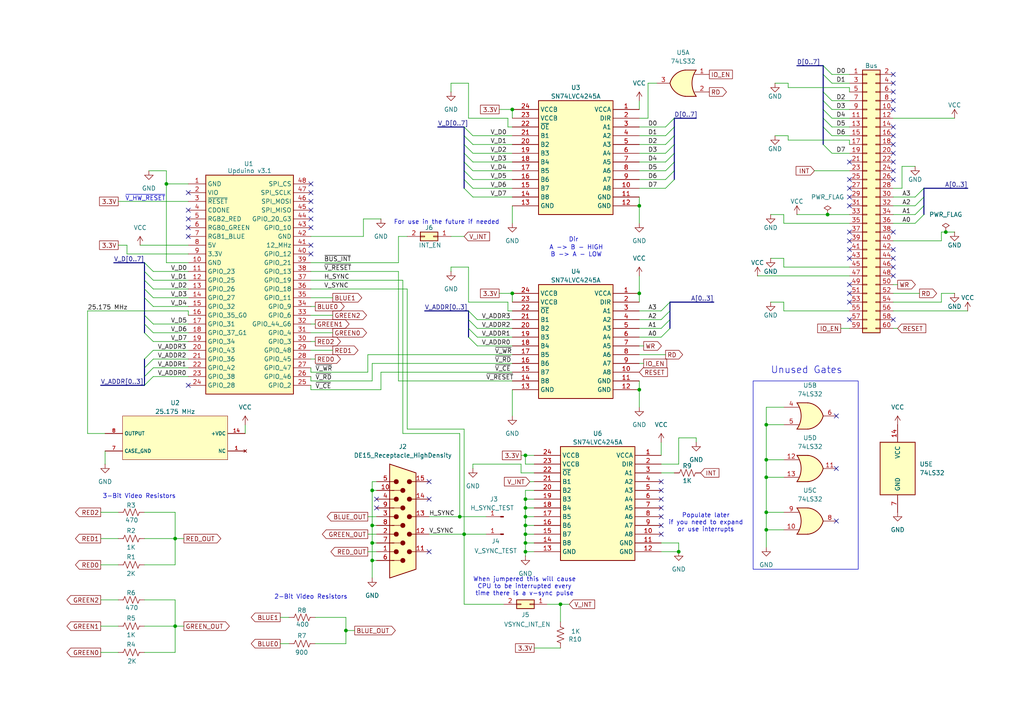
<source format=kicad_sch>
(kicad_sch (version 20231120) (generator "eeschema") (generator_version "8.0")
  (paper "A4")
  (junction (at 222.25 123.19))
  (junction (at 107.95 157.48))
  (junction (at 152.4 154.94))
  (junction (at 152.4 144.78))
  (junction (at 107.95 162.56))
  (junction (at 133.35 149.86))
  (junction (at 107.95 152.4))
  (junction (at 240.03 62.23))
  (junction (at 185.42 113.03))
  (junction (at 185.42 59.69))
  (junction (at 222.25 133.35))
  (junction (at 152.4 132.08))
  (junction (at 148.59 85.09))
  (junction (at 152.4 149.86))
  (junction (at 152.4 157.48))
  (junction (at 152.4 152.4))
  (junction (at 152.4 160.02))
  (junction (at 274.32 67.31))
  (junction (at 50.8 156.21))
  (junction (at 222.25 138.43))
  (junction (at 107.95 142.24))
  (junction (at 162.56 175.26))
  (junction (at 185.42 85.09))
  (junction (at 222.25 148.59))
  (junction (at 148.59 31.75))
  (junction (at 100.33 182.88))
  (junction (at 222.25 153.67))
  (junction (at 196.85 160.02))
  (junction (at 134.62 154.94))
  (junction (at 48.26 53.34))
  (junction (at 152.4 147.32))
  (junction (at 50.8 181.61))
  (no_connect (at 242.57 151.13))
  (no_connect (at 191.77 152.4))
  (no_connect (at 90.17 66.04))
  (no_connect (at 191.77 142.24))
  (no_connect (at 109.22 144.78))
  (no_connect (at 90.17 53.34))
  (no_connect (at 90.17 63.5))
  (no_connect (at 259.08 74.93))
  (no_connect (at 191.77 154.94))
  (no_connect (at 259.08 24.13))
  (no_connect (at 259.08 39.37))
  (no_connect (at 54.61 68.58))
  (no_connect (at 259.08 67.31))
  (no_connect (at 259.08 41.91))
  (no_connect (at 54.61 63.5))
  (no_connect (at 124.46 144.78))
  (no_connect (at 246.38 57.15))
  (no_connect (at 246.38 85.09))
  (no_connect (at 109.22 147.32))
  (no_connect (at 191.77 149.86))
  (no_connect (at 90.17 60.96))
  (no_connect (at 90.17 71.12))
  (no_connect (at 246.38 82.55))
  (no_connect (at 259.08 77.47))
  (no_connect (at 191.77 144.78))
  (no_connect (at 124.46 139.7))
  (no_connect (at 259.08 44.45))
  (no_connect (at 259.08 80.01))
  (no_connect (at 259.08 46.99))
  (no_connect (at 90.17 55.88))
  (no_connect (at 54.61 55.88))
  (no_connect (at 90.17 73.66))
  (no_connect (at 246.38 59.69))
  (no_connect (at 246.38 67.31))
  (no_connect (at 242.57 135.89))
  (no_connect (at 259.08 72.39))
  (no_connect (at 246.38 52.07))
  (no_connect (at 259.08 36.83))
  (no_connect (at 246.38 74.93))
  (no_connect (at 246.38 92.71))
  (no_connect (at 246.38 87.63))
  (no_connect (at 54.61 66.04))
  (no_connect (at 191.77 147.32))
  (no_connect (at 191.77 139.7))
  (no_connect (at 242.57 120.65))
  (no_connect (at 246.38 72.39))
  (no_connect (at 54.61 111.76))
  (no_connect (at 259.08 49.53))
  (no_connect (at 259.08 92.71))
  (no_connect (at 259.08 29.21))
  (no_connect (at 90.17 58.42))
  (no_connect (at 259.08 52.07))
  (no_connect (at 259.08 21.59))
  (no_connect (at 259.08 31.75))
  (no_connect (at 246.38 54.61))
  (no_connect (at 259.08 26.67))
  (no_connect (at 54.61 60.96))
  (no_connect (at 246.38 46.99))
  (no_connect (at 246.38 69.85))
  (no_connect (at 124.46 160.02))
  (bus_entry (at 195.58 44.45) (size -2.54 2.54))
  (bus_entry (at 41.91 86.36) (size 2.54 2.54))
  (bus_entry (at 44.45 106.68) (size -2.54 2.54))
  (bus_entry (at 134.62 52.07) (size 2.54 2.54))
  (bus_entry (at 238.76 31.75) (size 2.54 2.54))
  (bus_entry (at 41.91 76.2) (size 2.54 2.54))
  (bus_entry (at 195.58 39.37) (size -2.54 2.54))
  (bus_entry (at 44.45 104.14) (size -2.54 2.54))
  (bus_entry (at 191.77 90.17) (size 2.54 -2.54))
  (bus_entry (at 138.43 100.33) (size -2.54 -2.54))
  (bus_entry (at 265.43 59.69) (size 2.54 -2.54))
  (bus_entry (at 238.76 34.29) (size 2.54 2.54))
  (bus_entry (at 134.62 44.45) (size 2.54 2.54))
  (bus_entry (at 238.76 36.83) (size 2.54 2.54))
  (bus_entry (at 238.76 19.05) (size 2.54 2.54))
  (bus_entry (at 195.58 41.91) (size -2.54 2.54))
  (bus_entry (at 191.77 92.71) (size 2.54 -2.54))
  (bus_entry (at 265.43 62.23) (size 2.54 -2.54))
  (bus_entry (at 238.76 26.67) (size 2.54 2.54))
  (bus_entry (at 195.58 49.53) (size -2.54 2.54))
  (bus_entry (at 134.62 39.37) (size 2.54 2.54))
  (bus_entry (at 195.58 36.83) (size -2.54 2.54))
  (bus_entry (at 238.76 41.91) (size 2.54 2.54))
  (bus_entry (at 134.62 49.53) (size 2.54 2.54))
  (bus_entry (at 195.58 34.29) (size -2.54 2.54))
  (bus_entry (at 238.76 29.21) (size 2.54 2.54))
  (bus_entry (at 44.45 109.22) (size -2.54 2.54))
  (bus_entry (at 191.77 97.79) (size 2.54 -2.54))
  (bus_entry (at 265.43 57.15) (size 2.54 -2.54))
  (bus_entry (at 191.77 95.25) (size 2.54 -2.54))
  (bus_entry (at 195.58 46.99) (size -2.54 2.54))
  (bus_entry (at 41.91 81.28) (size 2.54 2.54))
  (bus_entry (at 195.58 52.07) (size -2.54 2.54))
  (bus_entry (at 238.76 21.59) (size 2.54 2.54))
  (bus_entry (at 265.43 64.77) (size 2.54 -2.54))
  (bus_entry (at 41.91 91.44) (size 2.54 2.54))
  (bus_entry (at 134.62 54.61) (size 2.54 2.54))
  (bus_entry (at 41.91 83.82) (size 2.54 2.54))
  (bus_entry (at 44.45 101.6) (size -2.54 2.54))
  (bus_entry (at 41.91 78.74) (size 2.54 2.54))
  (bus_entry (at 41.91 96.52) (size 2.54 2.54))
  (bus_entry (at 138.43 97.79) (size -2.54 -2.54))
  (bus_entry (at 41.91 93.98) (size 2.54 2.54))
  (bus_entry (at 134.62 41.91) (size 2.54 2.54))
  (bus_entry (at 134.62 36.83) (size 2.54 2.54))
  (bus_entry (at 138.43 92.71) (size -2.54 -2.54))
  (bus_entry (at 138.43 95.25) (size -2.54 -2.54))
  (bus_entry (at 134.62 46.99) (size 2.54 2.54))
  (wire (pts (xy 185.42 113.03) (xy 185.42 118.11)))
  (wire (pts (xy 118.11 124.46) (xy 134.62 124.46)))
  (bus (pts (xy 238.76 26.67) (xy 238.76 21.59)))
  (wire (pts (xy 102.87 182.88) (xy 100.33 182.88)))
  (bus (pts (xy 267.97 62.23) (xy 267.97 59.69)))
  (wire (pts (xy 185.42 57.15) (xy 185.42 59.69)))
  (bus (pts (xy 194.31 95.25) (xy 194.31 92.71)))
  (wire (pts (xy 219.71 80.01) (xy 246.38 80.01)))
  (wire (pts (xy 222.25 148.59) (xy 227.33 148.59)))
  (wire (pts (xy 152.4 160.02) (xy 154.94 160.02)))
  (wire (pts (xy 273.05 69.85) (xy 273.05 67.31)))
  (wire (pts (xy 105.41 63.5) (xy 105.41 68.58)))
  (bus (pts (xy 123.19 90.17) (xy 135.89 90.17)))
  (wire (pts (xy 148.59 113.03) (xy 148.59 120.65)))
  (bus (pts (xy 41.91 91.44) (xy 41.91 86.36)))
  (wire (pts (xy 261.62 48.26) (xy 265.43 48.26)))
  (wire (pts (xy 107.95 157.48) (xy 107.95 162.56)))
  (wire (pts (xy 107.95 152.4) (xy 107.95 157.48)))
  (wire (pts (xy 100.33 182.88) (xy 100.33 186.69)))
  (wire (pts (xy 185.42 44.45) (xy 193.04 44.45)))
  (wire (pts (xy 138.43 100.33) (xy 148.59 100.33)))
  (bus (pts (xy 134.62 39.37) (xy 134.62 41.91)))
  (bus (pts (xy 238.76 29.21) (xy 238.76 26.67)))
  (wire (pts (xy 137.16 46.99) (xy 148.59 46.99)))
  (wire (pts (xy 54.61 90.17) (xy 54.61 91.44)))
  (wire (pts (xy 44.45 88.9) (xy 54.61 88.9)))
  (wire (pts (xy 259.08 90.17) (xy 280.67 90.17)))
  (bus (pts (xy 195.58 39.37) (xy 195.58 36.83)))
  (wire (pts (xy 44.45 99.06) (xy 54.61 99.06)))
  (wire (pts (xy 241.3 24.13) (xy 246.38 24.13)))
  (wire (pts (xy 185.42 59.69) (xy 185.42 64.77)))
  (wire (pts (xy 36.83 71.12) (xy 36.83 73.66)))
  (wire (pts (xy 44.45 109.22) (xy 54.61 109.22)))
  (wire (pts (xy 91.44 186.69) (xy 100.33 186.69)))
  (bus (pts (xy 134.62 49.53) (xy 134.62 52.07)))
  (wire (pts (xy 137.16 52.07) (xy 148.59 52.07)))
  (wire (pts (xy 154.94 144.78) (xy 152.4 144.78)))
  (bus (pts (xy 41.91 86.36) (xy 41.91 83.82)))
  (wire (pts (xy 185.42 49.53) (xy 193.04 49.53)))
  (bus (pts (xy 41.91 78.74) (xy 41.91 76.2)))
  (wire (pts (xy 144.78 31.75) (xy 148.59 31.75)))
  (bus (pts (xy 195.58 46.99) (xy 195.58 44.45)))
  (wire (pts (xy 25.4 90.17) (xy 25.4 125.73)))
  (wire (pts (xy 25.4 125.73) (xy 30.48 125.73)))
  (wire (pts (xy 91.44 88.9) (xy 90.17 88.9)))
  (wire (pts (xy 115.57 110.49) (xy 148.59 110.49)))
  (bus (pts (xy 41.91 106.68) (xy 41.91 109.22)))
  (wire (pts (xy 273.05 85.09) (xy 276.86 85.09)))
  (wire (pts (xy 152.4 149.86) (xy 154.94 149.86)))
  (wire (pts (xy 41.91 148.59) (xy 50.8 148.59)))
  (wire (pts (xy 50.8 148.59) (xy 50.8 156.21)))
  (wire (pts (xy 48.26 53.34) (xy 54.61 53.34)))
  (wire (pts (xy 152.4 134.62) (xy 152.4 132.08)))
  (wire (pts (xy 241.3 31.75) (xy 246.38 31.75)))
  (wire (pts (xy 153.67 139.7) (xy 154.94 139.7)))
  (bus (pts (xy 41.91 83.82) (xy 41.91 81.28)))
  (wire (pts (xy 91.44 93.98) (xy 90.17 93.98)))
  (wire (pts (xy 185.42 54.61) (xy 193.04 54.61)))
  (wire (pts (xy 187.96 24.13) (xy 190.5 24.13)))
  (wire (pts (xy 191.77 160.02) (xy 196.85 160.02)))
  (wire (pts (xy 44.45 83.82) (xy 54.61 83.82)))
  (wire (pts (xy 228.6 25.4) (xy 246.38 25.4)))
  (wire (pts (xy 273.05 67.31) (xy 274.32 67.31)))
  (wire (pts (xy 152.4 157.48) (xy 152.4 160.02)))
  (wire (pts (xy 41.91 189.23) (xy 50.8 189.23)))
  (wire (pts (xy 240.03 62.23) (xy 246.38 62.23)))
  (wire (pts (xy 115.57 76.2) (xy 115.57 68.58)))
  (wire (pts (xy 185.42 36.83) (xy 193.04 36.83)))
  (wire (pts (xy 106.68 107.95) (xy 106.68 102.87)))
  (wire (pts (xy 109.22 139.7) (xy 107.95 139.7)))
  (wire (pts (xy 138.43 97.79) (xy 148.59 97.79)))
  (bus (pts (xy 267.97 59.69) (xy 267.97 57.15)))
  (wire (pts (xy 133.35 149.86) (xy 124.46 149.86)))
  (wire (pts (xy 222.25 133.35) (xy 227.33 133.35)))
  (bus (pts (xy 41.91 109.22) (xy 41.91 111.76)))
  (wire (pts (xy 100.33 182.88) (xy 100.33 179.07)))
  (wire (pts (xy 187.96 24.13) (xy 187.96 34.29)))
  (wire (pts (xy 90.17 81.28) (xy 116.84 81.28)))
  (wire (pts (xy 241.3 34.29) (xy 246.38 34.29)))
  (wire (pts (xy 109.22 152.4) (xy 107.95 152.4)))
  (wire (pts (xy 134.62 154.94) (xy 134.62 175.26)))
  (wire (pts (xy 90.17 83.82) (xy 118.11 83.82)))
  (wire (pts (xy 135.89 77.47) (xy 130.81 77.47)))
  (wire (pts (xy 228.6 40.64) (xy 246.38 40.64)))
  (wire (pts (xy 185.42 29.21) (xy 185.42 31.75)))
  (wire (pts (xy 154.94 187.96) (xy 162.56 187.96)))
  (wire (pts (xy 165.1 175.26) (xy 162.56 175.26)))
  (wire (pts (xy 228.6 25.4) (xy 228.6 24.13)))
  (bus (pts (xy 231.14 19.05) (xy 238.76 19.05)))
  (bus (pts (xy 134.62 41.91) (xy 134.62 44.45)))
  (wire (pts (xy 259.08 59.69) (xy 265.43 59.69)))
  (wire (pts (xy 53.34 156.21) (xy 50.8 156.21)))
  (wire (pts (xy 41.91 173.99) (xy 50.8 173.99)))
  (wire (pts (xy 241.3 21.59) (xy 246.38 21.59)))
  (wire (pts (xy 227.33 90.17) (xy 246.38 90.17)))
  (wire (pts (xy 227.33 74.93) (xy 223.52 74.93)))
  (wire (pts (xy 151.13 132.08) (xy 152.4 132.08)))
  (wire (pts (xy 116.84 125.73) (xy 133.35 125.73)))
  (wire (pts (xy 137.16 57.15) (xy 148.59 57.15)))
  (wire (pts (xy 110.49 107.95) (xy 148.59 107.95)))
  (wire (pts (xy 29.21 148.59) (xy 34.29 148.59)))
  (bus (pts (xy 134.62 44.45) (xy 134.62 46.99)))
  (wire (pts (xy 44.45 93.98) (xy 54.61 93.98)))
  (wire (pts (xy 152.4 147.32) (xy 152.4 149.86)))
  (wire (pts (xy 231.14 62.23) (xy 240.03 62.23)))
  (wire (pts (xy 259.08 57.15) (xy 265.43 57.15)))
  (wire (pts (xy 222.25 118.11) (xy 222.25 123.19)))
  (wire (pts (xy 50.8 181.61) (xy 50.8 189.23)))
  (wire (pts (xy 227.33 64.77) (xy 246.38 64.77)))
  (wire (pts (xy 106.68 149.86) (xy 109.22 149.86)))
  (wire (pts (xy 44.45 81.28) (xy 54.61 81.28)))
  (wire (pts (xy 222.25 123.19) (xy 227.33 123.19)))
  (bus (pts (xy 195.58 34.29) (xy 201.93 34.29)))
  (wire (pts (xy 185.42 80.01) (xy 185.42 85.09)))
  (wire (pts (xy 185.42 41.91) (xy 193.04 41.91)))
  (wire (pts (xy 137.16 135.89) (xy 137.16 134.62)))
  (wire (pts (xy 107.95 105.41) (xy 148.59 105.41)))
  (wire (pts (xy 44.45 86.36) (xy 54.61 86.36)))
  (bus (pts (xy 195.58 49.53) (xy 195.58 46.99)))
  (wire (pts (xy 259.08 34.29) (xy 276.86 34.29)))
  (wire (pts (xy 186.69 100.33) (xy 185.42 100.33)))
  (wire (pts (xy 44.45 96.52) (xy 54.61 96.52)))
  (wire (pts (xy 227.33 64.77) (xy 227.33 62.23)))
  (wire (pts (xy 106.68 154.94) (xy 109.22 154.94)))
  (wire (pts (xy 191.77 134.62) (xy 196.85 134.62)))
  (wire (pts (xy 134.62 154.94) (xy 140.97 154.94)))
  (bus (pts (xy 195.58 41.91) (xy 195.58 39.37)))
  (bus (pts (xy 238.76 31.75) (xy 238.76 29.21)))
  (wire (pts (xy 222.25 153.67) (xy 227.33 153.67)))
  (wire (pts (xy 154.94 134.62) (xy 152.4 134.62)))
  (bus (pts (xy 238.76 41.91) (xy 238.76 36.83)))
  (wire (pts (xy 107.95 142.24) (xy 107.95 152.4)))
  (wire (pts (xy 96.52 91.44) (xy 90.17 91.44)))
  (wire (pts (xy 116.84 81.28) (xy 116.84 125.73)))
  (wire (pts (xy 185.42 110.49) (xy 185.42 113.03)))
  (bus (pts (xy 41.91 93.98) (xy 41.91 91.44)))
  (wire (pts (xy 137.16 39.37) (xy 148.59 39.37)))
  (wire (pts (xy 185.42 95.25) (xy 191.77 95.25)))
  (wire (pts (xy 152.4 147.32) (xy 154.94 147.32)))
  (wire (pts (xy 54.61 76.2) (xy 48.26 76.2)))
  (wire (pts (xy 162.56 175.26) (xy 158.75 175.26)))
  (bus (pts (xy 134.62 52.07) (xy 134.62 54.61)))
  (wire (pts (xy 29.21 163.83) (xy 34.29 163.83)))
  (wire (pts (xy 41.91 163.83) (xy 50.8 163.83)))
  (wire (pts (xy 130.81 77.47) (xy 130.81 78.74)))
  (wire (pts (xy 241.3 29.21) (xy 246.38 29.21)))
  (bus (pts (xy 134.62 46.99) (xy 134.62 49.53)))
  (wire (pts (xy 41.91 181.61) (xy 50.8 181.61)))
  (wire (pts (xy 222.25 153.67) (xy 222.25 158.75)))
  (wire (pts (xy 44.45 78.74) (xy 54.61 78.74)))
  (wire (pts (xy 222.25 138.43) (xy 222.25 148.59)))
  (bus (pts (xy 134.62 36.83) (xy 134.62 39.37)))
  (wire (pts (xy 228.6 39.37) (xy 224.79 39.37)))
  (wire (pts (xy 91.44 179.07) (xy 100.33 179.07)))
  (wire (pts (xy 148.59 90.17) (xy 147.32 90.17)))
  (wire (pts (xy 138.43 92.71) (xy 148.59 92.71)))
  (wire (pts (xy 193.04 102.87) (xy 185.42 102.87)))
  (wire (pts (xy 246.38 25.4) (xy 246.38 26.67)))
  (wire (pts (xy 90.17 113.03) (xy 110.49 113.03)))
  (bus (pts (xy 238.76 21.59) (xy 238.76 19.05)))
  (wire (pts (xy 147.32 36.83) (xy 147.32 34.29)))
  (wire (pts (xy 196.85 157.48) (xy 196.85 160.02)))
  (bus (pts (xy 195.58 36.83) (xy 195.58 34.29)))
  (wire (pts (xy 191.77 128.27) (xy 191.77 132.08)))
  (wire (pts (xy 274.32 67.31) (xy 276.86 67.31)))
  (wire (pts (xy 259.08 87.63) (xy 273.05 87.63)))
  (wire (pts (xy 134.62 124.46) (xy 134.62 154.94)))
  (wire (pts (xy 148.59 31.75) (xy 148.59 34.29)))
  (wire (pts (xy 222.25 133.35) (xy 222.25 138.43)))
  (wire (pts (xy 138.43 95.25) (xy 148.59 95.25)))
  (wire (pts (xy 96.52 101.6) (xy 90.17 101.6)))
  (wire (pts (xy 71.12 123.19) (xy 71.12 125.73)))
  (wire (pts (xy 228.6 24.13) (xy 224.79 24.13)))
  (wire (pts (xy 185.42 85.09) (xy 185.42 87.63)))
  (wire (pts (xy 118.11 83.82) (xy 118.11 124.46)))
  (wire (pts (xy 34.29 58.42) (xy 54.61 58.42)))
  (wire (pts (xy 48.26 76.2) (xy 48.26 53.34)))
  (wire (pts (xy 228.6 40.64) (xy 228.6 39.37)))
  (bus (pts (xy 238.76 36.83) (xy 238.76 34.29)))
  (wire (pts (xy 115.57 78.74) (xy 115.57 110.49)))
  (wire (pts (xy 147.32 90.17) (xy 147.32 87.63)))
  (wire (pts (xy 50.8 156.21) (xy 50.8 163.83)))
  (wire (pts (xy 107.95 167.64) (xy 107.95 162.56)))
  (wire (pts (xy 137.16 54.61) (xy 148.59 54.61)))
  (wire (pts (xy 107.95 139.7) (xy 107.95 142.24)))
  (wire (pts (xy 191.77 157.48) (xy 196.85 157.48)))
  (wire (pts (xy 259.08 54.61) (xy 261.62 54.61)))
  (wire (pts (xy 107.95 110.49) (xy 107.95 105.41)))
  (wire (pts (xy 90.17 76.2) (xy 115.57 76.2)))
  (wire (pts (xy 259.08 62.23) (xy 265.43 62.23)))
  (wire (pts (xy 91.44 104.14) (xy 90.17 104.14)))
  (wire (pts (xy 185.42 90.17) (xy 191.77 90.17)))
  (wire (pts (xy 133.35 149.86) (xy 140.97 149.86)))
  (wire (pts (xy 185.42 52.07) (xy 193.04 52.07)))
  (bus (pts (xy 280.67 54.61) (xy 267.97 54.61)))
  (wire (pts (xy 30.48 134.62) (xy 30.48 130.81)))
  (wire (pts (xy 137.16 41.91) (xy 148.59 41.91)))
  (wire (pts (xy 259.08 69.85) (xy 273.05 69.85)))
  (bus (pts (xy 135.89 97.79) (xy 135.89 95.25)))
  (wire (pts (xy 185.42 97.79) (xy 191.77 97.79)))
  (wire (pts (xy 259.08 64.77) (xy 265.43 64.77)))
  (wire (pts (xy 115.57 68.58) (xy 118.11 68.58)))
  (wire (pts (xy 196.85 127) (xy 201.93 127)))
  (wire (pts (xy 152.4 152.4) (xy 152.4 154.94)))
  (wire (pts (xy 50.8 173.99) (xy 50.8 181.61)))
  (bus (pts (xy 207.01 87.63) (xy 194.31 87.63)))
  (wire (pts (xy 162.56 175.26) (xy 162.56 180.34)))
  (wire (pts (xy 241.3 44.45) (xy 246.38 44.45)))
  (wire (pts (xy 152.4 160.02) (xy 152.4 161.29)))
  (bus (pts (xy 238.76 34.29) (xy 238.76 31.75)))
  (wire (pts (xy 29.21 181.61) (xy 34.29 181.61)))
  (wire (pts (xy 109.22 142.24) (xy 107.95 142.24)))
  (wire (pts (xy 227.33 87.63) (xy 223.52 87.63)))
  (wire (pts (xy 187.96 34.29) (xy 185.42 34.29)))
  (wire (pts (xy 144.78 85.09) (xy 148.59 85.09)))
  (wire (pts (xy 29.21 189.23) (xy 34.29 189.23)))
  (wire (pts (xy 90.17 113.03) (xy 90.17 111.76)))
  (bus (pts (xy 41.91 81.28) (xy 41.91 78.74)))
  (wire (pts (xy 196.85 134.62) (xy 196.85 127)))
  (wire (pts (xy 137.16 49.53) (xy 148.59 49.53)))
  (bus (pts (xy 127 36.83) (xy 134.62 36.83)))
  (wire (pts (xy 44.45 106.68) (xy 54.61 106.68)))
  (wire (pts (xy 227.33 118.11) (xy 222.25 118.11)))
  (wire (pts (xy 147.32 87.63) (xy 135.89 87.63)))
  (wire (pts (xy 96.52 86.36) (xy 90.17 86.36)))
  (wire (pts (xy 241.3 39.37) (xy 246.38 39.37)))
  (wire (pts (xy 148.59 36.83) (xy 147.32 36.83)))
  (wire (pts (xy 124.46 154.94) (xy 134.62 154.94)))
  (wire (pts (xy 222.25 138.43) (xy 227.33 138.43)))
  (bus (pts (xy 135.89 95.25) (xy 135.89 92.71)))
  (wire (pts (xy 152.4 142.24) (xy 152.4 144.78)))
  (wire (pts (xy 151.13 137.16) (xy 154.94 137.16)))
  (wire (pts (xy 107.95 157.48) (xy 109.22 157.48)))
  (wire (pts (xy 185.42 46.99) (xy 193.04 46.99)))
  (wire (pts (xy 135.89 87.63) (xy 135.89 77.47)))
  (wire (pts (xy 260.35 82.55) (xy 259.08 82.55)))
  (wire (pts (xy 222.25 123.19) (xy 222.25 133.35)))
  (wire (pts (xy 273.05 87.63) (xy 273.05 85.09)))
  (wire (pts (xy 130.81 24.13) (xy 130.81 26.67)))
  (wire (pts (xy 152.4 144.78) (xy 152.4 147.32)))
  (wire (pts (xy 41.91 156.21) (xy 50.8 156.21)))
  (wire (pts (xy 227.33 77.47) (xy 227.33 74.93)))
  (wire (pts (xy 90.17 107.95) (xy 90.17 106.68)))
  (bus (pts (xy 41.91 104.14) (xy 41.91 106.68)))
  (wire (pts (xy 147.32 34.29) (xy 135.89 34.29)))
  (wire (pts (xy 44.45 101.6) (xy 54.61 101.6)))
  (wire (pts (xy 25.4 90.17) (xy 54.61 90.17)))
  (wire (pts (xy 246.38 40.64) (xy 246.38 41.91)))
  (wire (pts (xy 241.3 36.83) (xy 246.38 36.83)))
  (wire (pts (xy 81.28 186.69) (xy 83.82 186.69)))
  (wire (pts (xy 106.68 102.87) (xy 148.59 102.87)))
  (wire (pts (xy 148.59 85.09) (xy 148.59 87.63)))
  (wire (pts (xy 259.08 95.25) (xy 260.35 95.25)))
  (wire (pts (xy 201.93 127) (xy 201.93 128.27)))
  (wire (pts (xy 227.33 77.47) (xy 246.38 77.47)))
  (wire (pts (xy 191.77 137.16) (xy 195.58 137.16)))
  (wire (pts (xy 152.4 154.94) (xy 152.4 157.48)))
  (wire (pts (xy 227.33 90.17) (xy 227.33 87.63)))
  (wire (pts (xy 135.89 24.13) (xy 130.81 24.13)))
  (wire (pts (xy 133.35 125.73) (xy 133.35 149.86)))
  (wire (pts (xy 152.4 154.94) (xy 154.94 154.94)))
  (wire (pts (xy 137.16 134.62) (xy 151.13 134.62)))
  (wire (pts (xy 152.4 132.08) (xy 154.94 132.08)))
  (wire (pts (xy 154.94 142.24) (xy 152.4 142.24)))
  (wire (pts (xy 29.21 173.99) (xy 34.29 173.99)))
  (wire (pts (xy 107.95 162.56) (xy 109.22 162.56)))
  (wire (pts (xy 40.64 71.12) (xy 54.61 71.12)))
  (wire (pts (xy 90.17 107.95) (xy 106.68 107.95)))
  (wire (pts (xy 152.4 157.48) (xy 154.94 157.48)))
  (wire (pts (xy 148.59 59.69) (xy 148.59 64.77)))
  (wire (pts (xy 29.21 156.21) (xy 34.29 156.21)))
  (wire (pts (xy 96.52 96.52) (xy 90.17 96.52)))
  (wire (pts (xy 105.41 68.58) (xy 90.17 68.58)))
  (wire (pts (xy 106.68 160.02) (xy 109.22 160.02)))
  (wire (pts (xy 151.13 134.62) (xy 151.13 137.16)))
  (wire (pts (xy 36.83 73.66) (xy 54.61 73.66)))
  (wire (pts (xy 227.33 62.23) (xy 223.52 62.23)))
  (bus (pts (xy 194.31 90.17) (xy 194.31 92.71)))
  (wire (pts (xy 246.38 49.53) (xy 236.22 49.53)))
  (wire (pts (xy 130.81 68.58) (xy 134.62 68.58)))
  (wire (pts (xy 90.17 78.74) (xy 115.57 78.74)))
  (bus (pts (xy 29.21 111.76) (xy 41.91 111.76)))
  (wire (pts (xy 91.44 99.06) (xy 90.17 99.06)))
  (bus (pts (xy 194.31 87.63) (xy 194.31 90.17)))
  (wire (pts (xy 259.08 85.09) (xy 266.7 85.09)))
  (wire (pts (xy 185.42 39.37) (xy 193.04 39.37)))
  (bus (pts (xy 135.89 92.71) (xy 135.89 90.17)))
  (wire (pts (xy 48.26 49.53) (xy 48.26 53.34)))
  (wire (pts (xy 137.16 44.45) (xy 148.59 44.45)))
  (bus (pts (xy 195.58 52.07) (xy 195.58 49.53)))
  (wire (pts (xy 186.69 105.41) (xy 185.42 105.41)))
  (wire (pts (xy 222.25 148.59) (xy 222.25 153.67)))
  (bus (pts (xy 195.58 44.45) (xy 195.58 41.91)))
  (wire (pts (xy 105.41 63.5) (xy 110.49 63.5)))
  (wire (pts (xy 36.83 71.12) (xy 34.29 71.12)))
  (wire (pts (xy 90.17 110.49) (xy 107.95 110.49)))
  (wire (pts (xy 185.42 92.71) (xy 191.77 92.71)))
  (bus (pts (xy 33.02 76.2) (xy 41.91 76.2)))
  (wire (pts (xy 152.4 152.4) (xy 154.94 152.4)))
  (wire (pts (xy 110.49 113.03) (xy 110.49 107.95)))
  (bus (pts (xy 267.97 57.15) (xy 267.97 54.61)))
  (wire (pts (xy 48.26 49.53) (xy 43.18 49.53)))
  (wire (pts (xy 135.89 34.29) (xy 135.89 24.13)))
  (wire (pts (xy 90.17 110.49) (xy 90.17 109.22)))
  (bus (pts (xy 41.91 96.52) (xy 41.91 93.98)))
  (wire (pts (xy 243.84 95.25) (xy 246.38 95.25)))
  (wire (pts (xy 81.28 179.07) (xy 83.82 179.07)))
  (wire (pts (xy 44.45 104.14) (xy 54.61 104.14)))
  (wire (pts (xy 134.62 175.26) (xy 146.05 175.26)))
  (wire (pts (xy 53.34 181.61) (xy 50.8 181.61)))
  (wire (pts (xy 261.62 54.61) (xy 261.62 48.26)))
  (wire (pts (xy 152.4 149.86) (xy 152.4 152.4)))
  (rectangle (start 218.44 110.49) (end 248.92 165.1))
  (text "Unused Gates" (at 233.934 107.442 0) (effects (font (size 2 2))))
  (text "A -> B - HIGH\nB -> A - LOW" (at 167.132 72.898 0) (effects (font (size 1.27 1.27))))
  (text "Dir" (at 166.37 69.596 0) (effects (font (size 1.27 1.27))))
  (text "2-Bit Video Resistors" (at 90.17 173.228 0) (effects (font (size 1.27 1.27))))
  (text "Populate later\nif you need to expand\nor use interrupts" (at 204.724 151.638 0) (effects (font (size 1.27 1.27))))
  (text "When jumpered this will cause\nCPU to be interrupted every\ntime there is a v-sync pulse" (at 152.146 170.18 0) (effects (font (size 1.27 1.27))))
  (text "~{V_HW_RESET}" (at 42.164 57.658 0) (effects (font (size 1.27 1.27))))
  (text "3-Bit Video Resistors" (at 40.386 144.018 0) (effects (font (size 1.27 1.27))))
  (text "For use in the future if needed" (at 129.54 64.516 0) (effects (font (size 1.27 1.27))))
  (label "D5" (at 187.96 49.53 0))
  (label "A0" (at 190.5 97.79 180))
  (label "D7" (at 187.96 54.61 0))
  (label "V_D1" (at 142.24 41.91 0))
  (label "V_SYNC" (at 93.98 83.82 0))
  (label "V_ADDR[0..3]" (at 29.21 111.76 0))
  (label "V_D2" (at 49.53 83.82 0))
  (label "D2" (at 187.96 41.91 0))
  (label "V_D5" (at 142.24 52.07 0))
  (label "A2" (at 264.16 59.69 180))
  (label "D7" (at 242.57 44.45 0))
  (label "V_D0" (at 49.53 78.74 0))
  (label "A3" (at 264.16 57.15 180))
  (label "~{V_CE}" (at 91.44 113.03 0))
  (label "A3" (at 190.5 90.17 180))
  (label "D6" (at 187.96 52.07 0))
  (label "D1" (at 242.57 24.13 0))
  (label "V_D4" (at 49.53 88.9 0))
  (label "D3" (at 187.96 44.45 0))
  (label "V_ADDR3" (at 139.7 92.71 0))
  (label "V_D4" (at 142.24 49.53 0))
  (label "~{V_RESET}" (at 140.97 110.49 0))
  (label "V_D6" (at 49.53 96.52 0))
  (label "D[0..7]" (at 195.58 34.29 0))
  (label "D4" (at 242.57 34.29 0))
  (label "D5" (at 242.57 36.83 0))
  (label "V_ADDR[0..3]" (at 123.19 90.17 0))
  (label "~{V_WR}" (at 143.51 102.87 0))
  (label "D4" (at 187.96 46.99 0))
  (label "V_ADDR1" (at 45.72 106.68 0))
  (label "D3" (at 242.57 31.75 0))
  (label "V_ADDR0" (at 45.72 109.22 0))
  (label "V_ADDR2" (at 139.7 95.25 0))
  (label "~{V_RD}" (at 91.44 110.49 0))
  (label "V_D3" (at 142.24 46.99 0))
  (label "D1" (at 187.96 39.37 0))
  (label "V_D[0..7]" (at 33.02 76.2 0))
  (label "A1" (at 190.5 95.25 180))
  (label "V_D[0..7]" (at 127 36.83 0))
  (label "A[0..3]" (at 207.01 87.63 180))
  (label "A1" (at 264.16 62.23 180))
  (label "V_D7" (at 142.24 57.15 0))
  (label "D[0..7]" (at 231.14 19.05 0))
  (label "V_D6" (at 142.24 54.61 0))
  (label "V_D1" (at 49.53 81.28 0))
  (label "H_SYNC" (at 93.98 81.28 0))
  (label "D6" (at 242.57 39.37 0))
  (label "A2" (at 190.5 92.71 180))
  (label "V_D0" (at 142.24 39.37 0))
  (label "V_ADDR2" (at 45.72 104.14 0))
  (label "V_D5" (at 49.53 93.98 0))
  (label "V_D7" (at 49.53 99.06 0))
  (label "~{V_WR}" (at 91.44 107.95 0))
  (label "A[0..3]" (at 280.67 54.61 180))
  (label "~{V_RD}" (at 143.51 105.41 0))
  (label "~{V_RESET}" (at 93.98 78.74 0))
  (label "V_D3" (at 49.53 86.36 0))
  (label "A0" (at 264.16 64.77 180))
  (label "H_SYNC" (at 124.46 149.86 0))
  (label "D2" (at 242.57 29.21 0))
  (label "25.175 MHz" (at 25.4 90.17 0))
  (label "~{V_CE}" (at 143.51 107.95 0))
  (label "V_SYNC" (at 124.46 154.94 0))
  (label "V_ADDR1" (at 139.7 97.79 0))
  (label "~{BUS_INT}" (at 93.98 76.2 0))
  (label "V_D2" (at 142.24 44.45 0))
  (label "V_ADDR0" (at 139.7 100.33 0))
  (label "D0" (at 187.96 36.83 0))
  (label "V_ADDR3" (at 45.72 101.6 0))
  (label "D0" (at 242.57 21.59 0))
  (global_label "GREEN0" (shape output) (at 96.52 96.52 0) (property "Intersheetrefs" "${INTERSHEET_REFS}" (effects (hide yes))))
  (global_label "3.3V" (shape passive) (at 144.78 85.09 180) (property "Intersheetrefs" "${INTERSHEET_REFS}" (effects (hide yes))))
  (global_label "3.3V" (shape passive) (at 144.78 31.75 180) (property "Intersheetrefs" "${INTERSHEET_REFS}" (effects (hide yes))))
  (global_label "WR" (shape output) (at 186.69 100.33 0) (property "Intersheetrefs" "${INTERSHEET_REFS}" (effects (hide yes))))
  (global_label "GREEN2" (shape output) (at 29.21 173.99 180) (property "Intersheetrefs" "${INTERSHEET_REFS}" (effects (hide yes))))
  (global_label "RESET" (shape input) (at 185.42 107.95 0) (property "Intersheetrefs" "${INTERSHEET_REFS}" (effects (hide yes))))
  (global_label "3.3V" (shape passive) (at 34.29 71.12 180) (property "Intersheetrefs" "${INTERSHEET_REFS}" (effects (hide yes))))
  (global_label "BLUE_OUT" (shape output) (at 106.68 149.86 180) (property "Intersheetrefs" "${INTERSHEET_REFS}" (effects (hide yes))))
  (global_label "V_INT" (shape input) (at 134.62 68.58 0) (property "Intersheetrefs" "${INTERSHEET_REFS}" (effects (hide yes))))
  (global_label "IO_EN" (shape passive) (at 186.69 105.41 0) (property "Intersheetrefs" "${INTERSHEET_REFS}" (effects (hide yes))))
  (global_label "RED0" (shape output) (at 29.21 163.83 180) (property "Intersheetrefs" "${INTERSHEET_REFS}" (effects (hide yes))))
  (global_label "GREEN1" (shape output) (at 91.44 93.98 0) (property "Intersheetrefs" "${INTERSHEET_REFS}" (effects (hide yes))))
  (global_label "RD" (shape output) (at 266.7 85.09 0) (property "Intersheetrefs" "${INTERSHEET_REFS}" (effects (hide yes))))
  (global_label "3.3V" (shape passive) (at 154.94 187.96 180) (property "Intersheetrefs" "${INTERSHEET_REFS}" (effects (hide yes))))
  (global_label "3.3V" (shape passive) (at 34.29 58.42 180) (property "Intersheetrefs" "${INTERSHEET_REFS}" (effects (hide yes))))
  (global_label "GREEN_OUT" (shape output) (at 53.34 181.61 0) (property "Intersheetrefs" "${INTERSHEET_REFS}" (effects (hide yes))))
  (global_label "BLUE1" (shape output) (at 81.28 179.07 180) (property "Intersheetrefs" "${INTERSHEET_REFS}" (effects (hide yes))))
  (global_label "V_INT" (shape input) (at 165.1 175.26 0) (property "Intersheetrefs" "${INTERSHEET_REFS}" (effects (hide yes))))
  (global_label "BLUE0" (shape output) (at 81.28 186.69 180) (property "Intersheetrefs" "${INTERSHEET_REFS}" (effects (hide yes))))
  (global_label "RED_OUT" (shape output) (at 53.34 156.21 0) (property "Intersheetrefs" "${INTERSHEET_REFS}" (effects (hide yes))))
  (global_label "GREEN2" (shape output) (at 96.52 91.44 0) (property "Intersheetrefs" "${INTERSHEET_REFS}" (effects (hide yes))))
  (global_label "IO_EN" (shape passive) (at 243.84 95.25 180) (property "Intersheetrefs" "${INTERSHEET_REFS}" (effects (hide yes))))
  (global_label "BLUE0" (shape output) (at 91.44 88.9 0) (property "Intersheetrefs" "${INTERSHEET_REFS}" (effects (hide yes))))
  (global_label "RED0" (shape output) (at 91.44 104.14 0) (property "Intersheetrefs" "${INTERSHEET_REFS}" (effects (hide yes))))
  (global_label "RESET" (shape input) (at 260.35 95.25 0) (property "Intersheetrefs" "${INTERSHEET_REFS}" (effects (hide yes))))
  (global_label "WR" (shape output) (at 260.35 82.55 0) (property "Intersheetrefs" "${INTERSHEET_REFS}" (effects (hide yes))))
  (global_label "GREEN1" (shape output) (at 29.21 181.61 180) (property "Intersheetrefs" "${INTERSHEET_REFS}" (effects (hide yes))))
  (global_label "RED_OUT" (shape output) (at 106.68 160.02 180) (property "Intersheetrefs" "${INTERSHEET_REFS}" (effects (hide yes))))
  (global_label "RED1" (shape output) (at 96.52 101.6 0) (property "Intersheetrefs" "${INTERSHEET_REFS}" (effects (hide yes))))
  (global_label "RD" (shape output) (at 205.74 26.67 0) (property "Intersheetrefs" "${INTERSHEET_REFS}" (effects (hide yes))))
  (global_label "3.3V" (shape passive) (at 151.13 132.08 180) (property "Intersheetrefs" "${INTERSHEET_REFS}" (effects (hide yes))))
  (global_label "INT" (shape input) (at 203.2 137.16 0) (property "Intersheetrefs" "${INTERSHEET_REFS}" (effects (hide yes))))
  (global_label "BLUE_OUT" (shape output) (at 102.87 182.88 0) (property "Intersheetrefs" "${INTERSHEET_REFS}" (effects (hide yes))))
  (global_label "RED2" (shape output) (at 91.44 99.06 0) (property "Intersheetrefs" "${INTERSHEET_REFS}" (effects (hide yes))))
  (global_label "RED1" (shape output) (at 29.21 156.21 180) (property "Intersheetrefs" "${INTERSHEET_REFS}" (effects (hide yes))))
  (global_label "GREEN_OUT" (shape output) (at 106.68 154.94 180) (property "Intersheetrefs" "${INTERSHEET_REFS}" (effects (hide yes))))
  (global_label "RED2" (shape output) (at 29.21 148.59 180) (property "Intersheetrefs" "${INTERSHEET_REFS}" (effects (hide yes))))
  (global_label "RD" (shape output) (at 193.04 102.87 0) (property "Intersheetrefs" "${INTERSHEET_REFS}" (effects (hide yes))))
  (global_label "INT" (shape input) (at 236.22 49.53 180) (property "Intersheetrefs" "${INTERSHEET_REFS}" (effects (hide yes))))
  (global_label "BLUE1" (shape output) (at 96.52 86.36 0) (property "Intersheetrefs" "${INTERSHEET_REFS}" (effects (hide yes))))
  (global_label "GREEN0" (shape output) (at 29.21 189.23 180) (property "Intersheetrefs" "${INTERSHEET_REFS}" (effects (hide yes))))
  (global_label "V_INT" (shape input) (at 153.67 139.7 180) (property "Intersheetrefs" "${INTERSHEET_REFS}" (effects (hide yes))))
  (global_label "IO_EN" (shape passive) (at 205.74 21.59 0) (property "Intersheetrefs" "${INTERSHEET_REFS}" (effects (hide yes))))
  (symbol (lib_id "power:GND") (at 196.85 160.02 0) (unit 1)
    (property "Reference" "#PWR028" (effects (hide yes)))
    (property "Value" "GND" (at 196.85 165.1 0))
    (property "Description" "Power symbol creates a global label with name \"GND\" , ground" (effects (hide yes)))
  )
  (symbol (lib_id "74xx:74LS32") (at 198.12 24.13 0) (mirror y) (unit 1)
    (property "Reference" "U5" (at 198.12 15.24 0))
    (property "Value" "74LS32" (at 198.12 17.78 0))
    (property "Footprint" "Package_DIP:DIP-14_W7.62mm_Socket" (effects (hide yes)))
    (property "Datasheet" "http://www.ti.com/lit/gpn/sn74LS32" (effects (hide yes)))
    (property "Description" "Quad 2-input OR" (effects (hide yes)))
  )
  (symbol (lib_id "power:GND") (at 152.4 161.29 0) (unit 1)
    (property "Reference" "#PWR029" (effects (hide yes)))
    (property "Value" "GND" (at 152.4 166.37 0))
    (property "Description" "Power symbol creates a global label with name \"GND\" , ground" (effects (hide yes)))
  )
  (symbol (lib_id "power:GND") (at 130.81 78.74 0) (mirror y) (unit 1)
    (property "Reference" "#PWR024" (effects (hide yes)))
    (property "Value" "GND" (at 130.81 83.82 0))
    (property "Description" "Power symbol creates a global label with name \"GND\" , ground" (effects (hide yes)))
  )
  (symbol (lib_id "Device:R_US") (at 87.63 186.69 90) (unit 1)
    (property "Reference" "R7" (at 88.9 184.404 90) (effects (justify left)))
    (property "Value" "900" (at 89.408 189.23 90) (effects (justify left)))
    (property "Footprint" "Resistor_THT:R_Axial_DIN0207_L6.3mm_D2.5mm_P10.16mm_Horizontal" (effects (hide yes)))
    (property "Description" "Resistor, US symbol" (effects (hide yes)))
  )
  (symbol (lib_id "Device:R_US") (at 38.1 163.83 90) (unit 1)
    (property "Reference" "R1" (at 39.37 161.544 90) (effects (justify left)))
    (property "Value" "2K" (at 39.37 166.37 90) (effects (justify left)))
    (property "Footprint" "Resistor_THT:R_Axial_DIN0207_L6.3mm_D2.5mm_P10.16mm_Horizontal" (effects (hide yes)))
    (property "Description" "Resistor, US symbol" (effects (hide yes)))
  )
  (symbol (lib_name "GND_7") (lib_id "power:GND") (at 276.86 85.09 0) (mirror y) (unit 1)
    (property "Reference" "#PWR010" (effects (hide yes)))
    (property "Value" "GND" (at 276.86 88.9 0))
    (property "Description" "Power symbol creates a global label with name \"GND\" , ground" (effects (hide yes)))
  )
  (symbol (lib_id "power:GND") (at 222.25 158.75 0) (unit 1)
    (property "Reference" "#PWR034" (effects (hide yes)))
    (property "Value" "GND" (at 222.25 163.83 0))
    (property "Description" "Power symbol creates a global label with name \"GND\" , ground" (effects (hide yes)))
  )
  (symbol (lib_name "VCC_7") (lib_id "power:VCC") (at 219.71 80.01 0) (unit 1)
    (property "Reference" "#PWR01" (effects (hide yes)))
    (property "Value" "VCC" (at 219.71 76.2 0))
    (property "Description" "Power symbol creates a global label with name \"VCC\"" (effects (hide yes)))
  )
  (symbol (lib_name "VCC_7") (lib_id "power:VCC") (at 231.14 62.23 0) (unit 1)
    (property "Reference" "#PWR07" (effects (hide yes)))
    (property "Value" "VCC" (at 231.14 58.42 0))
    (property "Description" "Power symbol creates a global label with name \"VCC\"" (effects (hide yes)))
  )
  (symbol (lib_id "power:GND") (at 137.16 135.89 0) (unit 1)
    (property "Reference" "#PWR027" (effects (hide yes)))
    (property "Value" "GND" (at 137.16 140.97 0))
    (property "Description" "Power symbol creates a global label with name \"GND\" , ground" (effects (hide yes)))
  )
  (symbol (lib_id "power:GND") (at 201.93 128.27 0) (unit 1)
    (property "Reference" "#PWR032" (effects (hide yes)))
    (property "Value" "GND" (at 201.93 133.35 0))
    (property "Description" "Power symbol creates a global label with name \"GND\" , ground" (effects (hide yes)))
  )
  (symbol (lib_id "74xx:74LS32") (at 234.95 135.89 0) (unit 4)
    (property "Reference" "U5" (at 234.95 127 0))
    (property "Value" "74LS32" (at 234.95 129.54 0))
    (property "Footprint" "Package_DIP:DIP-14_W7.62mm_Socket" (effects (hide yes)))
    (property "Datasheet" "http://www.ti.com/lit/gpn/sn74LS32" (effects (hide yes)))
    (property "Description" "Quad 2-input OR" (effects (hide yes)))
  )
  (symbol (lib_id "power:VCC") (at 185.42 29.21 0) (mirror y) (unit 1)
    (property "Reference" "#PWR020" (effects (hide yes)))
    (property "Value" "VCC" (at 185.42 24.13 0))
    (property "Description" "Power symbol creates a global label with name \"VCC\"" (effects (hide yes)))
  )
  (symbol (lib_id "power:GND") (at 185.42 118.11 0) (unit 1)
    (property "Reference" "#PWR018" (effects (hide yes)))
    (property "Value" "GND" (at 185.42 123.19 0))
    (property "Description" "Power symbol creates a global label with name \"GND\" , ground" (effects (hide yes)))
  )
  (symbol (lib_id "Connector:Conn_01x01_Pin") (at 146.05 149.86 0) (mirror y) (unit 1)
    (property "Reference" "J3" (at 143.256 144.78 0))
    (property "Value" "H_SYNC_TEST" (at 142.748 147.32 0))
    (property "Footprint" "Connector_PinHeader_2.54mm:PinHeader_1x01_P2.54mm_Vertical" (effects (hide yes)))
    (property "Description" "Generic connector, single row, 01x01, script generated" (effects (hide yes)))
  )
  (symbol (lib_name "GND_7") (lib_id "power:GND") (at 265.43 48.26 0) (mirror y) (unit 1)
    (property "Reference" "#PWR011" (effects (hide yes)))
    (property "Value" "GND" (at 265.43 52.07 0))
    (property "Description" "Power symbol creates a global label with name \"GND\" , ground" (effects (hide yes)))
  )
  (symbol (lib_id "Z80-Parts:UPDUINO V3.1") (at 72.39 77.47 0) (unit 1)
    (property "Reference" "U1" (at 72.136 47.498 0))
    (property "Value" "Upduino v3.1" (at 72.39 49.53 0))
    (property "Footprint" "Z80 Parts:UPDUINO V3.1" (effects (hide yes)))
  )
  (symbol (lib_name "GND_7") (lib_id "power:GND") (at 276.86 67.31 0) (mirror y) (unit 1)
    (property "Reference" "#PWR09" (effects (hide yes)))
    (property "Value" "GND" (at 276.86 71.12 0))
    (property "Description" "Power symbol creates a global label with name \"GND\" , ground" (effects (hide yes)))
  )
  (symbol (lib_id "power:VCC") (at 260.35 123.19 0) (unit 1)
    (property "Reference" "#PWR031" (effects (hide yes)))
    (property "Value" "VCC" (at 260.35 118.11 0))
    (property "Description" "Power symbol creates a global label with name \"VCC\"" (effects (hide yes)))
  )
  (symbol (lib_id "Connector:DE15_Plug_HighDensity") (at 116.84 152.4 0) (unit 1)
    (property "Reference" "J2" (at 116.84 129.54 0))
    (property "Value" "DE15_Receptacle_HighDensity" (at 116.84 132.08 0))
    (property "Footprint" "Z80 Parts:AMPHENOL_ICD15S13E4GX00LF" (effects (hide yes)))
    (property "Description" "15-pin male plug socket D-SUB connector, High density (3 columns), Triple Row, Generic, VGA-connector" (effects (hide yes)))
  )
  (symbol (lib_id "power:VCC") (at 185.42 80.01 0) (unit 1)
    (property "Reference" "#PWR023" (effects (hide yes)))
    (property "Value" "VCC" (at 185.42 74.93 0))
    (property "Description" "Power symbol creates a global label with name \"VCC\"" (effects (hide yes)))
  )
  (symbol (lib_name "GND_7") (lib_id "power:GND") (at 224.79 39.37 0) (unit 1)
    (property "Reference" "#PWR06" (effects (hide yes)))
    (property "Value" "GND" (at 224.79 43.18 0))
    (property "Description" "Power symbol creates a global label with name \"GND\" , ground" (effects (hide yes)))
  )
  (symbol (lib_name "GND_7") (lib_id "power:GND") (at 224.79 24.13 0) (unit 1)
    (property "Reference" "#PWR05" (effects (hide yes)))
    (property "Value" "GND" (at 224.79 27.94 0))
    (property "Description" "Power symbol creates a global label with name \"GND\" , ground" (effects (hide yes)))
  )
  (symbol (lib_id "74xx:74LS32") (at 234.95 120.65 0) (unit 2)
    (property "Reference" "U5" (at 234.95 111.76 0))
    (property "Value" "74LS32" (at 234.95 114.3 0))
    (property "Footprint" "Package_DIP:DIP-14_W7.62mm_Socket" (effects (hide yes)))
    (property "Datasheet" "http://www.ti.com/lit/gpn/sn74LS32" (effects (hide yes)))
    (property "Description" "Quad 2-input OR" (effects (hide yes)))
  )
  (symbol (lib_id "Device:R_US") (at 38.1 148.59 90) (unit 1)
    (property "Reference" "R3" (at 39.37 146.558 90) (effects (justify left)))
    (property "Value" "470" (at 40.132 150.876 90) (effects (justify left)))
    (property "Footprint" "Resistor_THT:R_Axial_DIN0207_L6.3mm_D2.5mm_P10.16mm_Horizontal" (effects (hide yes)))
    (property "Description" "Resistor, US symbol" (effects (hide yes)))
  )
  (symbol (lib_id "power:GND") (at 148.59 120.65 0) (unit 1)
    (property "Reference" "#PWR022" (effects (hide yes)))
    (property "Value" "GND" (at 148.59 125.73 0))
    (property "Description" "Power symbol creates a global label with name \"GND\" , ground" (effects (hide yes)))
  )
  (symbol (lib_id "Device:R_US") (at 38.1 156.21 90) (unit 1)
    (property "Reference" "R2" (at 39.37 153.924 90) (effects (justify left)))
    (property "Value" "1K" (at 39.37 158.75 90) (effects (justify left)))
    (property "Footprint" "Resistor_THT:R_Axial_DIN0207_L6.3mm_D2.5mm_P10.16mm_Horizontal" (effects (hide yes)))
    (property "Description" "Resistor, US symbol" (effects (hide yes)))
  )
  (symbol (lib_id "power:GND") (at 148.59 64.77 0) (unit 1)
    (property "Reference" "#PWR019" (effects (hide yes)))
    (property "Value" "GND" (at 148.59 69.85 0))
    (property "Description" "Power symbol creates a global label with name \"GND\" , ground" (effects (hide yes)))
  )
  (symbol (lib_id "Device:R_US") (at 38.1 173.99 90) (unit 1)
    (property "Reference" "R6" (at 39.37 171.958 90) (effects (justify left)))
    (property "Value" "470" (at 40.132 176.276 90) (effects (justify left)))
    (property "Footprint" "Resistor_THT:R_Axial_DIN0207_L6.3mm_D2.5mm_P10.16mm_Horizontal" (effects (hide yes)))
    (property "Description" "Resistor, US symbol" (effects (hide yes)))
  )
  (symbol (lib_id "Device:R_US") (at 38.1 181.61 90) (unit 1)
    (property "Reference" "R5" (at 39.37 179.324 90) (effects (justify left)))
    (property "Value" "1K" (at 39.37 184.15 90) (effects (justify left)))
    (property "Footprint" "Resistor_THT:R_Axial_DIN0207_L6.3mm_D2.5mm_P10.16mm_Horizontal" (effects (hide yes)))
    (property "Description" "Resistor, US symbol" (effects (hide yes)))
  )
  (symbol (lib_id "power:PWR_FLAG") (at 240.03 62.23 0) (unit 1)
    (property "Reference" "#FLG01" (effects (hide yes)))
    (property "Value" "PWR_FLAG" (at 240.03 57.15 0))
    (property "Description" "Special symbol for telling ERC where power comes from" (effects (hide yes)))
  )
  (symbol (lib_id "Z80-Parts:ECS-100AX-018") (at 50.8 127 0) (mirror y) (unit 1)
    (property "Reference" "U2" (at 50.8 116.84 0))
    (property "Value" "25.175 MHz" (at 50.8 119.38 0))
    (property "Footprint" "Z80 Parts:OSC_ECS-100AX-018" (effects (hide yes)))
  )
  (symbol (lib_id "74xx:74LS32") (at 260.35 135.89 0) (unit 5)
    (property "Reference" "U5" (at 266.7 134.6199 0) (effects (justify left)))
    (property "Value" "74LS32" (at 266.7 137.1599 0) (effects (justify left)))
    (property "Footprint" "Package_DIP:DIP-14_W7.62mm_Socket" (effects (hide yes)))
    (property "Datasheet" "http://www.ti.com/lit/gpn/sn74LS32" (effects (hide yes)))
    (property "Description" "Quad 2-input OR" (effects (hide yes)))
  )
  (symbol (lib_id "power:PWR_FLAG") (at 274.32 67.31 0) (unit 1)
    (property "Reference" "#FLG02" (effects (hide yes)))
    (property "Value" "PWR_FLAG" (at 274.32 62.23 0))
    (property "Description" "Special symbol for telling ERC where power comes from" (effects (hide yes)))
  )
  (symbol (lib_id "Device:R_US") (at 38.1 189.23 90) (unit 1)
    (property "Reference" "R4" (at 39.37 186.944 90) (effects (justify left)))
    (property "Value" "2K" (at 39.624 191.77 90) (effects (justify left)))
    (property "Footprint" "Resistor_THT:R_Axial_DIN0207_L6.3mm_D2.5mm_P10.16mm_Horizontal" (effects (hide yes)))
    (property "Description" "Resistor, US symbol" (effects (hide yes)))
  )
  (symbol (lib_id "power:VCC") (at 191.77 128.27 0) (unit 1)
    (property "Reference" "#PWR033" (effects (hide yes)))
    (property "Value" "VCC" (at 191.77 123.19 0))
    (property "Description" "Power symbol creates a global label with name \"VCC\"" (effects (hide yes)))
  )
  (symbol (lib_name "GND_7") (lib_id "power:GND") (at 223.52 62.23 0) (unit 1)
    (property "Reference" "#PWR02" (effects (hide yes)))
    (property "Value" "GND" (at 223.52 66.04 0))
    (property "Description" "Power symbol creates a global label with name \"GND\" , ground" (effects (hide yes)))
  )
  (symbol (lib_id "power:GND") (at 110.49 63.5 0) (unit 1)
    (property "Reference" "#PWR015" (effects (hide yes)))
    (property "Value" "GND" (at 110.49 68.58 0))
    (property "Description" "Power symbol creates a global label with name \"GND\" , ground" (effects (hide yes)))
  )
  (symbol (lib_id "Connector_Generic:Conn_02x01") (at 125.73 68.58 0) (mirror y) (unit 1)
    (property "Reference" "J6" (at 124.46 66.04 0))
    (property "Value" "INT_EN" (at 124.714 71.12 0))
    (property "Footprint" "Connector_PinHeader_2.54mm:PinHeader_2x01_P2.54mm_Vertical" (effects (hide yes)))
    (property "Description" "Generic connector, double row, 02x01, this symbol is compatible with counter-clockwise, top-bottom and odd-even numbering schemes., script generated (kicad-library-utils/schlib/autogen/connector/)" (effects (hide yes)))
  )
  (symbol (lib_id "power:GND") (at 107.95 167.64 0) (unit 1)
    (property "Reference" "#PWR026" (effects (hide yes)))
    (property "Value" "GND" (at 107.95 172.72 0))
    (property "Description" "Power symbol creates a global label with name \"GND\" , ground" (effects (hide yes)))
  )
  (symbol (lib_name "VCC_7") (lib_id "power:VCC") (at 280.67 90.17 0) (mirror y) (unit 1)
    (property "Reference" "#PWR012" (effects (hide yes)))
    (property "Value" "VCC" (at 280.67 86.36 0))
    (property "Description" "Power symbol creates a global label with name \"VCC\"" (effects (hide yes)))
  )
  (symbol (lib_id "Z80-Parts:SN74LVC4245A") (at 167.64 99.06 0) (mirror y) (unit 1)
    (property "Reference" "U4" (at 167.005 78.74 0))
    (property "Value" "SN74LVC4245A" (at 167.005 81.28 0))
    (property "Footprint" "Z80 Parts:SN74LVC4245A" (effects (hide yes)))
  )
  (symbol (lib_name "GND_7") (lib_id "power:GND") (at 223.52 87.63 0) (unit 1)
    (property "Reference" "#PWR04" (effects (hide yes)))
    (property "Value" "GND" (at 223.52 91.44 0))
    (property "Description" "Power symbol creates a global label with name \"GND\" , ground" (effects (hide yes)))
  )
  (symbol (lib_id "Device:R_US") (at 87.63 179.07 90) (unit 1)
    (property "Reference" "R8" (at 88.9 177.038 90) (effects (justify left)))
    (property "Value" "400" (at 89.662 181.102 90) (effects (justify left)))
    (property "Footprint" "Resistor_THT:R_Axial_DIN0207_L6.3mm_D2.5mm_P10.16mm_Horizontal" (effects (hide yes)))
    (property "Description" "Resistor, US symbol" (effects (hide yes)))
  )
  (symbol (lib_id "Z80-Parts:SN74LVC4245A") (at 173.99 146.05 0) (mirror y) (unit 1)
    (property "Reference" "U6" (at 173.355 125.73 0))
    (property "Value" "SN74LVC4245A" (at 173.355 128.27 0))
    (property "Footprint" "Z80 Parts:SN74LVC4245A" (effects (hide yes)))
  )
  (symbol (lib_id "74xx:74LS32") (at 234.95 151.13 0) (unit 3)
    (property "Reference" "U5" (at 234.95 142.24 0))
    (property "Value" "74LS32" (at 234.95 144.78 0))
    (property "Footprint" "Package_DIP:DIP-14_W7.62mm_Socket" (effects (hide yes)))
    (property "Datasheet" "http://www.ti.com/lit/gpn/sn74LS32" (effects (hide yes)))
    (property "Description" "Quad 2-input OR" (effects (hide yes)))
  )
  (symbol (lib_id "power:GND") (at 130.81 26.67 0) (mirror y) (unit 1)
    (property "Reference" "#PWR021" (effects (hide yes)))
    (property "Value" "GND" (at 130.81 31.75 0))
    (property "Description" "Power symbol creates a global label with name \"GND\" , ground" (effects (hide yes)))
  )
  (symbol (lib_id "power:GND") (at 260.35 148.59 0) (unit 1)
    (property "Reference" "#PWR030" (effects (hide yes)))
    (property "Value" "GND" (at 260.35 153.67 0))
    (property "Description" "Power symbol creates a global label with name \"GND\" , ground" (effects (hide yes)))
  )
  (symbol (lib_id "power:VCC") (at 71.12 123.19 0) (unit 1)
    (property "Reference" "#PWR016" (effects (hide yes)))
    (property "Value" "VCC" (at 71.12 118.11 0))
    (property "Description" "Power symbol creates a global label with name \"VCC\"" (effects (hide yes)))
  )
  (symbol (lib_id "power:VCC") (at 40.64 71.12 0) (unit 1)
    (property "Reference" "#PWR014" (effects (hide yes)))
    (property "Value" "VCC" (at 40.64 66.04 0))
    (property "Description" "Power symbol creates a global label with name \"VCC\"" (effects (hide yes)))
  )
  (symbol (lib_name "GND_7") (lib_id "power:GND") (at 223.52 74.93 0) (unit 1)
    (property "Reference" "#PWR03" (effects (hide yes)))
    (property "Value" "GND" (at 223.52 78.74 0))
    (property "Description" "Power symbol creates a global label with name \"GND\" , ground" (effects (hide yes)))
  )
  (symbol (lib_id "power:GND") (at 43.18 49.53 0) (unit 1)
    (property "Reference" "#PWR013" (effects (hide yes)))
    (property "Value" "GND" (at 43.18 54.61 0))
    (property "Description" "Power symbol creates a global label with name \"GND\" , ground" (effects (hide yes)))
  )
  (symbol (lib_name "VCC_7") (lib_id "power:VCC") (at 276.86 34.29 0) (mirror y) (unit 1)
    (property "Reference" "#PWR08" (effects (hide yes)))
    (property "Value" "VCC" (at 276.86 30.48 0))
    (property "Description" "Power symbol creates a global label with name \"VCC\"" (effects (hide yes)))
  )
  (symbol (lib_id "power:GND") (at 185.42 64.77 0) (unit 1)
    (property "Reference" "#PWR025" (effects (hide yes)))
    (property "Value" "GND" (at 185.42 69.85 0))
    (property "Description" "Power symbol creates a global label with name \"GND\" , ground" (effects (hide yes)))
  )
  (symbol (lib_id "Z80-Parts:SN74LVC4245A") (at 167.64 45.72 0) (mirror y) (unit 1)
    (property "Reference" "U3" (at 167.005 25.4 0))
    (property "Value" "SN74LVC4245A" (at 167.005 27.94 0))
    (property "Footprint" "Z80 Parts:SN74LVC4245A" (effects (hide yes)))
  )
  (symbol (lib_id "Device:R_US") (at 162.56 184.15 0) (unit 1)
    (property "Reference" "R10" (at 164.846 185.42 0) (effects (justify left)))
    (property "Value" "1K" (at 165.608 183.134 0) (effects (justify left)))
    (property "Footprint" "Resistor_THT:R_Axial_DIN0207_L6.3mm_D2.5mm_P10.16mm_Horizontal" (effects (hide yes)))
    (property "Description" "Resistor, US symbol" (effects (hide yes)))
  )
  (symbol (lib_id "power:GND") (at 30.48 134.62 0) (unit 1)
    (property "Reference" "#PWR017" (effects (hide yes)))
    (property "Value" "GND" (at 30.48 139.7 0))
    (property "Description" "Power symbol creates a global label with name \"GND\" , ground" (effects (hide yes)))
  )
  (symbol (lib_id "Connector_Generic:Conn_02x01") (at 153.67 175.26 0) (mirror y) (unit 1)
    (property "Reference" "J5" (at 152.4 178.308 0))
    (property "Value" "VSYNC_INT_EN" (at 152.908 181.102 0))
    (property "Footprint" "Connector_PinHeader_2.54mm:PinHeader_2x01_P2.54mm_Vertical" (effects (hide yes)))
    (property "Description" "Generic connector, double row, 02x01, this symbol is compatible with counter-clockwise, top-bottom and odd-even numbering schemes., script generated (kicad-library-utils/schlib/autogen/connector/)" (effects (hide yes)))
  )
  (symbol (lib_id "Connector:Conn_01x01_Pin") (at 146.05 154.94 0) (mirror y) (unit 1)
    (property "Reference" "J4" (at 143.764 156.972 0))
    (property "Value" "V_SYNC_TEST" (at 143.764 159.766 0))
    (property "Footprint" "Connector_PinHeader_2.54mm:PinHeader_1x01_P2.54mm_Vertical" (effects (hide yes)))
    (property "Description" "Generic connector, single row, 01x01, script generated" (effects (hide yes)))
  )
  (symbol (lib_id "Device:R_US") (at 199.39 137.16 90) (unit 1)
    (property "Reference" "R9" (at 200.66 135.128 90) (effects (justify left)))
    (property "Value" "1K" (at 200.66 139.446 90) (effects (justify left)))
    (property "Footprint" "Resistor_THT:R_Axial_DIN0207_L6.3mm_D2.5mm_P10.16mm_Horizontal" (effects (hide yes)))
    (property "Description" "Resistor, US symbol" (effects (hide yes)))
  )
  (symbol (lib_id "Connector_Generic:Conn_02x30_Odd_Even") (at 251.46 57.15 0) (unit 1)
    (property "Reference" "J1" (effects (hide yes)))
    (property "Value" "Bus" (at 252.73 19.05 0))
    (property "Footprint" "Connector_PinHeader_2.54mm:PinHeader_2x30_P2.54mm_Vertical" (effects (hide yes)))
    (property "Description" "Generic connector, double row, 02x30, odd/even pin numbering scheme (row 1 odd numbers, row 2 even numbers), script generated (kicad-library-utils/schlib/autogen/connector/)" (effects (hide yes)))
  )
)
</source>
